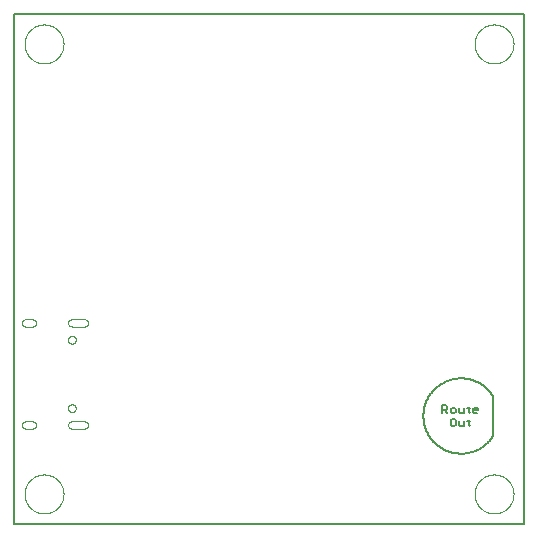
<source format=gko>
G75*
%MOIN*%
%OFA0B0*%
%FSLAX25Y25*%
%IPPOS*%
%LPD*%
%AMOC8*
5,1,8,0,0,1.08239X$1,22.5*
%
%ADD10C,0.00800*%
%ADD11C,0.00000*%
%ADD12C,0.00039*%
%ADD13C,0.00600*%
%ADD14C,0.00500*%
D10*
X0186300Y0075000D02*
X0186300Y0245000D01*
X0356300Y0245000D01*
X0356300Y0075000D01*
X0186300Y0075000D01*
D11*
X0189800Y0085000D02*
X0189802Y0085161D01*
X0189808Y0085321D01*
X0189818Y0085482D01*
X0189832Y0085642D01*
X0189850Y0085802D01*
X0189871Y0085961D01*
X0189897Y0086120D01*
X0189927Y0086278D01*
X0189960Y0086435D01*
X0189998Y0086592D01*
X0190039Y0086747D01*
X0190084Y0086901D01*
X0190133Y0087054D01*
X0190186Y0087206D01*
X0190242Y0087357D01*
X0190303Y0087506D01*
X0190366Y0087654D01*
X0190434Y0087800D01*
X0190505Y0087944D01*
X0190579Y0088086D01*
X0190657Y0088227D01*
X0190739Y0088365D01*
X0190824Y0088502D01*
X0190912Y0088636D01*
X0191004Y0088768D01*
X0191099Y0088898D01*
X0191197Y0089026D01*
X0191298Y0089151D01*
X0191402Y0089273D01*
X0191509Y0089393D01*
X0191619Y0089510D01*
X0191732Y0089625D01*
X0191848Y0089736D01*
X0191967Y0089845D01*
X0192088Y0089950D01*
X0192212Y0090053D01*
X0192338Y0090153D01*
X0192466Y0090249D01*
X0192597Y0090342D01*
X0192731Y0090432D01*
X0192866Y0090519D01*
X0193004Y0090602D01*
X0193143Y0090682D01*
X0193285Y0090758D01*
X0193428Y0090831D01*
X0193573Y0090900D01*
X0193720Y0090966D01*
X0193868Y0091028D01*
X0194018Y0091086D01*
X0194169Y0091141D01*
X0194322Y0091192D01*
X0194476Y0091239D01*
X0194631Y0091282D01*
X0194787Y0091321D01*
X0194943Y0091357D01*
X0195101Y0091388D01*
X0195259Y0091416D01*
X0195418Y0091440D01*
X0195578Y0091460D01*
X0195738Y0091476D01*
X0195898Y0091488D01*
X0196059Y0091496D01*
X0196220Y0091500D01*
X0196380Y0091500D01*
X0196541Y0091496D01*
X0196702Y0091488D01*
X0196862Y0091476D01*
X0197022Y0091460D01*
X0197182Y0091440D01*
X0197341Y0091416D01*
X0197499Y0091388D01*
X0197657Y0091357D01*
X0197813Y0091321D01*
X0197969Y0091282D01*
X0198124Y0091239D01*
X0198278Y0091192D01*
X0198431Y0091141D01*
X0198582Y0091086D01*
X0198732Y0091028D01*
X0198880Y0090966D01*
X0199027Y0090900D01*
X0199172Y0090831D01*
X0199315Y0090758D01*
X0199457Y0090682D01*
X0199596Y0090602D01*
X0199734Y0090519D01*
X0199869Y0090432D01*
X0200003Y0090342D01*
X0200134Y0090249D01*
X0200262Y0090153D01*
X0200388Y0090053D01*
X0200512Y0089950D01*
X0200633Y0089845D01*
X0200752Y0089736D01*
X0200868Y0089625D01*
X0200981Y0089510D01*
X0201091Y0089393D01*
X0201198Y0089273D01*
X0201302Y0089151D01*
X0201403Y0089026D01*
X0201501Y0088898D01*
X0201596Y0088768D01*
X0201688Y0088636D01*
X0201776Y0088502D01*
X0201861Y0088365D01*
X0201943Y0088227D01*
X0202021Y0088086D01*
X0202095Y0087944D01*
X0202166Y0087800D01*
X0202234Y0087654D01*
X0202297Y0087506D01*
X0202358Y0087357D01*
X0202414Y0087206D01*
X0202467Y0087054D01*
X0202516Y0086901D01*
X0202561Y0086747D01*
X0202602Y0086592D01*
X0202640Y0086435D01*
X0202673Y0086278D01*
X0202703Y0086120D01*
X0202729Y0085961D01*
X0202750Y0085802D01*
X0202768Y0085642D01*
X0202782Y0085482D01*
X0202792Y0085321D01*
X0202798Y0085161D01*
X0202800Y0085000D01*
X0202798Y0084839D01*
X0202792Y0084679D01*
X0202782Y0084518D01*
X0202768Y0084358D01*
X0202750Y0084198D01*
X0202729Y0084039D01*
X0202703Y0083880D01*
X0202673Y0083722D01*
X0202640Y0083565D01*
X0202602Y0083408D01*
X0202561Y0083253D01*
X0202516Y0083099D01*
X0202467Y0082946D01*
X0202414Y0082794D01*
X0202358Y0082643D01*
X0202297Y0082494D01*
X0202234Y0082346D01*
X0202166Y0082200D01*
X0202095Y0082056D01*
X0202021Y0081914D01*
X0201943Y0081773D01*
X0201861Y0081635D01*
X0201776Y0081498D01*
X0201688Y0081364D01*
X0201596Y0081232D01*
X0201501Y0081102D01*
X0201403Y0080974D01*
X0201302Y0080849D01*
X0201198Y0080727D01*
X0201091Y0080607D01*
X0200981Y0080490D01*
X0200868Y0080375D01*
X0200752Y0080264D01*
X0200633Y0080155D01*
X0200512Y0080050D01*
X0200388Y0079947D01*
X0200262Y0079847D01*
X0200134Y0079751D01*
X0200003Y0079658D01*
X0199869Y0079568D01*
X0199734Y0079481D01*
X0199596Y0079398D01*
X0199457Y0079318D01*
X0199315Y0079242D01*
X0199172Y0079169D01*
X0199027Y0079100D01*
X0198880Y0079034D01*
X0198732Y0078972D01*
X0198582Y0078914D01*
X0198431Y0078859D01*
X0198278Y0078808D01*
X0198124Y0078761D01*
X0197969Y0078718D01*
X0197813Y0078679D01*
X0197657Y0078643D01*
X0197499Y0078612D01*
X0197341Y0078584D01*
X0197182Y0078560D01*
X0197022Y0078540D01*
X0196862Y0078524D01*
X0196702Y0078512D01*
X0196541Y0078504D01*
X0196380Y0078500D01*
X0196220Y0078500D01*
X0196059Y0078504D01*
X0195898Y0078512D01*
X0195738Y0078524D01*
X0195578Y0078540D01*
X0195418Y0078560D01*
X0195259Y0078584D01*
X0195101Y0078612D01*
X0194943Y0078643D01*
X0194787Y0078679D01*
X0194631Y0078718D01*
X0194476Y0078761D01*
X0194322Y0078808D01*
X0194169Y0078859D01*
X0194018Y0078914D01*
X0193868Y0078972D01*
X0193720Y0079034D01*
X0193573Y0079100D01*
X0193428Y0079169D01*
X0193285Y0079242D01*
X0193143Y0079318D01*
X0193004Y0079398D01*
X0192866Y0079481D01*
X0192731Y0079568D01*
X0192597Y0079658D01*
X0192466Y0079751D01*
X0192338Y0079847D01*
X0192212Y0079947D01*
X0192088Y0080050D01*
X0191967Y0080155D01*
X0191848Y0080264D01*
X0191732Y0080375D01*
X0191619Y0080490D01*
X0191509Y0080607D01*
X0191402Y0080727D01*
X0191298Y0080849D01*
X0191197Y0080974D01*
X0191099Y0081102D01*
X0191004Y0081232D01*
X0190912Y0081364D01*
X0190824Y0081498D01*
X0190739Y0081635D01*
X0190657Y0081773D01*
X0190579Y0081914D01*
X0190505Y0082056D01*
X0190434Y0082200D01*
X0190366Y0082346D01*
X0190303Y0082494D01*
X0190242Y0082643D01*
X0190186Y0082794D01*
X0190133Y0082946D01*
X0190084Y0083099D01*
X0190039Y0083253D01*
X0189998Y0083408D01*
X0189960Y0083565D01*
X0189927Y0083722D01*
X0189897Y0083880D01*
X0189871Y0084039D01*
X0189850Y0084198D01*
X0189832Y0084358D01*
X0189818Y0084518D01*
X0189808Y0084679D01*
X0189802Y0084839D01*
X0189800Y0085000D01*
X0204331Y0113622D02*
X0204333Y0113693D01*
X0204339Y0113764D01*
X0204349Y0113835D01*
X0204363Y0113904D01*
X0204380Y0113973D01*
X0204402Y0114041D01*
X0204427Y0114108D01*
X0204456Y0114173D01*
X0204488Y0114236D01*
X0204524Y0114298D01*
X0204563Y0114357D01*
X0204606Y0114414D01*
X0204651Y0114469D01*
X0204700Y0114521D01*
X0204751Y0114570D01*
X0204805Y0114616D01*
X0204862Y0114660D01*
X0204920Y0114700D01*
X0204981Y0114736D01*
X0205044Y0114770D01*
X0205109Y0114799D01*
X0205175Y0114825D01*
X0205243Y0114848D01*
X0205311Y0114866D01*
X0205381Y0114881D01*
X0205451Y0114892D01*
X0205522Y0114899D01*
X0205593Y0114902D01*
X0205664Y0114901D01*
X0205735Y0114896D01*
X0205806Y0114887D01*
X0205876Y0114874D01*
X0205945Y0114858D01*
X0206013Y0114837D01*
X0206080Y0114813D01*
X0206146Y0114785D01*
X0206209Y0114753D01*
X0206271Y0114718D01*
X0206331Y0114680D01*
X0206389Y0114638D01*
X0206444Y0114594D01*
X0206497Y0114546D01*
X0206547Y0114495D01*
X0206594Y0114442D01*
X0206638Y0114386D01*
X0206679Y0114328D01*
X0206717Y0114267D01*
X0206751Y0114205D01*
X0206781Y0114140D01*
X0206808Y0114075D01*
X0206832Y0114007D01*
X0206851Y0113939D01*
X0206867Y0113870D01*
X0206879Y0113799D01*
X0206887Y0113729D01*
X0206891Y0113658D01*
X0206891Y0113586D01*
X0206887Y0113515D01*
X0206879Y0113445D01*
X0206867Y0113374D01*
X0206851Y0113305D01*
X0206832Y0113237D01*
X0206808Y0113169D01*
X0206781Y0113104D01*
X0206751Y0113039D01*
X0206717Y0112977D01*
X0206679Y0112916D01*
X0206638Y0112858D01*
X0206594Y0112802D01*
X0206547Y0112749D01*
X0206497Y0112698D01*
X0206444Y0112650D01*
X0206389Y0112606D01*
X0206331Y0112564D01*
X0206271Y0112526D01*
X0206209Y0112491D01*
X0206146Y0112459D01*
X0206080Y0112431D01*
X0206013Y0112407D01*
X0205945Y0112386D01*
X0205876Y0112370D01*
X0205806Y0112357D01*
X0205735Y0112348D01*
X0205664Y0112343D01*
X0205593Y0112342D01*
X0205522Y0112345D01*
X0205451Y0112352D01*
X0205381Y0112363D01*
X0205311Y0112378D01*
X0205243Y0112396D01*
X0205175Y0112419D01*
X0205109Y0112445D01*
X0205044Y0112474D01*
X0204981Y0112508D01*
X0204920Y0112544D01*
X0204862Y0112584D01*
X0204805Y0112628D01*
X0204751Y0112674D01*
X0204700Y0112723D01*
X0204651Y0112775D01*
X0204606Y0112830D01*
X0204563Y0112887D01*
X0204524Y0112946D01*
X0204488Y0113008D01*
X0204456Y0113071D01*
X0204427Y0113136D01*
X0204402Y0113203D01*
X0204380Y0113271D01*
X0204363Y0113340D01*
X0204349Y0113409D01*
X0204339Y0113480D01*
X0204333Y0113551D01*
X0204331Y0113622D01*
X0204331Y0136378D02*
X0204333Y0136449D01*
X0204339Y0136520D01*
X0204349Y0136591D01*
X0204363Y0136660D01*
X0204380Y0136729D01*
X0204402Y0136797D01*
X0204427Y0136864D01*
X0204456Y0136929D01*
X0204488Y0136992D01*
X0204524Y0137054D01*
X0204563Y0137113D01*
X0204606Y0137170D01*
X0204651Y0137225D01*
X0204700Y0137277D01*
X0204751Y0137326D01*
X0204805Y0137372D01*
X0204862Y0137416D01*
X0204920Y0137456D01*
X0204981Y0137492D01*
X0205044Y0137526D01*
X0205109Y0137555D01*
X0205175Y0137581D01*
X0205243Y0137604D01*
X0205311Y0137622D01*
X0205381Y0137637D01*
X0205451Y0137648D01*
X0205522Y0137655D01*
X0205593Y0137658D01*
X0205664Y0137657D01*
X0205735Y0137652D01*
X0205806Y0137643D01*
X0205876Y0137630D01*
X0205945Y0137614D01*
X0206013Y0137593D01*
X0206080Y0137569D01*
X0206146Y0137541D01*
X0206209Y0137509D01*
X0206271Y0137474D01*
X0206331Y0137436D01*
X0206389Y0137394D01*
X0206444Y0137350D01*
X0206497Y0137302D01*
X0206547Y0137251D01*
X0206594Y0137198D01*
X0206638Y0137142D01*
X0206679Y0137084D01*
X0206717Y0137023D01*
X0206751Y0136961D01*
X0206781Y0136896D01*
X0206808Y0136831D01*
X0206832Y0136763D01*
X0206851Y0136695D01*
X0206867Y0136626D01*
X0206879Y0136555D01*
X0206887Y0136485D01*
X0206891Y0136414D01*
X0206891Y0136342D01*
X0206887Y0136271D01*
X0206879Y0136201D01*
X0206867Y0136130D01*
X0206851Y0136061D01*
X0206832Y0135993D01*
X0206808Y0135925D01*
X0206781Y0135860D01*
X0206751Y0135795D01*
X0206717Y0135733D01*
X0206679Y0135672D01*
X0206638Y0135614D01*
X0206594Y0135558D01*
X0206547Y0135505D01*
X0206497Y0135454D01*
X0206444Y0135406D01*
X0206389Y0135362D01*
X0206331Y0135320D01*
X0206271Y0135282D01*
X0206209Y0135247D01*
X0206146Y0135215D01*
X0206080Y0135187D01*
X0206013Y0135163D01*
X0205945Y0135142D01*
X0205876Y0135126D01*
X0205806Y0135113D01*
X0205735Y0135104D01*
X0205664Y0135099D01*
X0205593Y0135098D01*
X0205522Y0135101D01*
X0205451Y0135108D01*
X0205381Y0135119D01*
X0205311Y0135134D01*
X0205243Y0135152D01*
X0205175Y0135175D01*
X0205109Y0135201D01*
X0205044Y0135230D01*
X0204981Y0135264D01*
X0204920Y0135300D01*
X0204862Y0135340D01*
X0204805Y0135384D01*
X0204751Y0135430D01*
X0204700Y0135479D01*
X0204651Y0135531D01*
X0204606Y0135586D01*
X0204563Y0135643D01*
X0204524Y0135702D01*
X0204488Y0135764D01*
X0204456Y0135827D01*
X0204427Y0135892D01*
X0204402Y0135959D01*
X0204380Y0136027D01*
X0204363Y0136096D01*
X0204349Y0136165D01*
X0204339Y0136236D01*
X0204333Y0136307D01*
X0204331Y0136378D01*
X0339800Y0085000D02*
X0339802Y0085161D01*
X0339808Y0085321D01*
X0339818Y0085482D01*
X0339832Y0085642D01*
X0339850Y0085802D01*
X0339871Y0085961D01*
X0339897Y0086120D01*
X0339927Y0086278D01*
X0339960Y0086435D01*
X0339998Y0086592D01*
X0340039Y0086747D01*
X0340084Y0086901D01*
X0340133Y0087054D01*
X0340186Y0087206D01*
X0340242Y0087357D01*
X0340303Y0087506D01*
X0340366Y0087654D01*
X0340434Y0087800D01*
X0340505Y0087944D01*
X0340579Y0088086D01*
X0340657Y0088227D01*
X0340739Y0088365D01*
X0340824Y0088502D01*
X0340912Y0088636D01*
X0341004Y0088768D01*
X0341099Y0088898D01*
X0341197Y0089026D01*
X0341298Y0089151D01*
X0341402Y0089273D01*
X0341509Y0089393D01*
X0341619Y0089510D01*
X0341732Y0089625D01*
X0341848Y0089736D01*
X0341967Y0089845D01*
X0342088Y0089950D01*
X0342212Y0090053D01*
X0342338Y0090153D01*
X0342466Y0090249D01*
X0342597Y0090342D01*
X0342731Y0090432D01*
X0342866Y0090519D01*
X0343004Y0090602D01*
X0343143Y0090682D01*
X0343285Y0090758D01*
X0343428Y0090831D01*
X0343573Y0090900D01*
X0343720Y0090966D01*
X0343868Y0091028D01*
X0344018Y0091086D01*
X0344169Y0091141D01*
X0344322Y0091192D01*
X0344476Y0091239D01*
X0344631Y0091282D01*
X0344787Y0091321D01*
X0344943Y0091357D01*
X0345101Y0091388D01*
X0345259Y0091416D01*
X0345418Y0091440D01*
X0345578Y0091460D01*
X0345738Y0091476D01*
X0345898Y0091488D01*
X0346059Y0091496D01*
X0346220Y0091500D01*
X0346380Y0091500D01*
X0346541Y0091496D01*
X0346702Y0091488D01*
X0346862Y0091476D01*
X0347022Y0091460D01*
X0347182Y0091440D01*
X0347341Y0091416D01*
X0347499Y0091388D01*
X0347657Y0091357D01*
X0347813Y0091321D01*
X0347969Y0091282D01*
X0348124Y0091239D01*
X0348278Y0091192D01*
X0348431Y0091141D01*
X0348582Y0091086D01*
X0348732Y0091028D01*
X0348880Y0090966D01*
X0349027Y0090900D01*
X0349172Y0090831D01*
X0349315Y0090758D01*
X0349457Y0090682D01*
X0349596Y0090602D01*
X0349734Y0090519D01*
X0349869Y0090432D01*
X0350003Y0090342D01*
X0350134Y0090249D01*
X0350262Y0090153D01*
X0350388Y0090053D01*
X0350512Y0089950D01*
X0350633Y0089845D01*
X0350752Y0089736D01*
X0350868Y0089625D01*
X0350981Y0089510D01*
X0351091Y0089393D01*
X0351198Y0089273D01*
X0351302Y0089151D01*
X0351403Y0089026D01*
X0351501Y0088898D01*
X0351596Y0088768D01*
X0351688Y0088636D01*
X0351776Y0088502D01*
X0351861Y0088365D01*
X0351943Y0088227D01*
X0352021Y0088086D01*
X0352095Y0087944D01*
X0352166Y0087800D01*
X0352234Y0087654D01*
X0352297Y0087506D01*
X0352358Y0087357D01*
X0352414Y0087206D01*
X0352467Y0087054D01*
X0352516Y0086901D01*
X0352561Y0086747D01*
X0352602Y0086592D01*
X0352640Y0086435D01*
X0352673Y0086278D01*
X0352703Y0086120D01*
X0352729Y0085961D01*
X0352750Y0085802D01*
X0352768Y0085642D01*
X0352782Y0085482D01*
X0352792Y0085321D01*
X0352798Y0085161D01*
X0352800Y0085000D01*
X0352798Y0084839D01*
X0352792Y0084679D01*
X0352782Y0084518D01*
X0352768Y0084358D01*
X0352750Y0084198D01*
X0352729Y0084039D01*
X0352703Y0083880D01*
X0352673Y0083722D01*
X0352640Y0083565D01*
X0352602Y0083408D01*
X0352561Y0083253D01*
X0352516Y0083099D01*
X0352467Y0082946D01*
X0352414Y0082794D01*
X0352358Y0082643D01*
X0352297Y0082494D01*
X0352234Y0082346D01*
X0352166Y0082200D01*
X0352095Y0082056D01*
X0352021Y0081914D01*
X0351943Y0081773D01*
X0351861Y0081635D01*
X0351776Y0081498D01*
X0351688Y0081364D01*
X0351596Y0081232D01*
X0351501Y0081102D01*
X0351403Y0080974D01*
X0351302Y0080849D01*
X0351198Y0080727D01*
X0351091Y0080607D01*
X0350981Y0080490D01*
X0350868Y0080375D01*
X0350752Y0080264D01*
X0350633Y0080155D01*
X0350512Y0080050D01*
X0350388Y0079947D01*
X0350262Y0079847D01*
X0350134Y0079751D01*
X0350003Y0079658D01*
X0349869Y0079568D01*
X0349734Y0079481D01*
X0349596Y0079398D01*
X0349457Y0079318D01*
X0349315Y0079242D01*
X0349172Y0079169D01*
X0349027Y0079100D01*
X0348880Y0079034D01*
X0348732Y0078972D01*
X0348582Y0078914D01*
X0348431Y0078859D01*
X0348278Y0078808D01*
X0348124Y0078761D01*
X0347969Y0078718D01*
X0347813Y0078679D01*
X0347657Y0078643D01*
X0347499Y0078612D01*
X0347341Y0078584D01*
X0347182Y0078560D01*
X0347022Y0078540D01*
X0346862Y0078524D01*
X0346702Y0078512D01*
X0346541Y0078504D01*
X0346380Y0078500D01*
X0346220Y0078500D01*
X0346059Y0078504D01*
X0345898Y0078512D01*
X0345738Y0078524D01*
X0345578Y0078540D01*
X0345418Y0078560D01*
X0345259Y0078584D01*
X0345101Y0078612D01*
X0344943Y0078643D01*
X0344787Y0078679D01*
X0344631Y0078718D01*
X0344476Y0078761D01*
X0344322Y0078808D01*
X0344169Y0078859D01*
X0344018Y0078914D01*
X0343868Y0078972D01*
X0343720Y0079034D01*
X0343573Y0079100D01*
X0343428Y0079169D01*
X0343285Y0079242D01*
X0343143Y0079318D01*
X0343004Y0079398D01*
X0342866Y0079481D01*
X0342731Y0079568D01*
X0342597Y0079658D01*
X0342466Y0079751D01*
X0342338Y0079847D01*
X0342212Y0079947D01*
X0342088Y0080050D01*
X0341967Y0080155D01*
X0341848Y0080264D01*
X0341732Y0080375D01*
X0341619Y0080490D01*
X0341509Y0080607D01*
X0341402Y0080727D01*
X0341298Y0080849D01*
X0341197Y0080974D01*
X0341099Y0081102D01*
X0341004Y0081232D01*
X0340912Y0081364D01*
X0340824Y0081498D01*
X0340739Y0081635D01*
X0340657Y0081773D01*
X0340579Y0081914D01*
X0340505Y0082056D01*
X0340434Y0082200D01*
X0340366Y0082346D01*
X0340303Y0082494D01*
X0340242Y0082643D01*
X0340186Y0082794D01*
X0340133Y0082946D01*
X0340084Y0083099D01*
X0340039Y0083253D01*
X0339998Y0083408D01*
X0339960Y0083565D01*
X0339927Y0083722D01*
X0339897Y0083880D01*
X0339871Y0084039D01*
X0339850Y0084198D01*
X0339832Y0084358D01*
X0339818Y0084518D01*
X0339808Y0084679D01*
X0339802Y0084839D01*
X0339800Y0085000D01*
X0339800Y0235000D02*
X0339802Y0235161D01*
X0339808Y0235321D01*
X0339818Y0235482D01*
X0339832Y0235642D01*
X0339850Y0235802D01*
X0339871Y0235961D01*
X0339897Y0236120D01*
X0339927Y0236278D01*
X0339960Y0236435D01*
X0339998Y0236592D01*
X0340039Y0236747D01*
X0340084Y0236901D01*
X0340133Y0237054D01*
X0340186Y0237206D01*
X0340242Y0237357D01*
X0340303Y0237506D01*
X0340366Y0237654D01*
X0340434Y0237800D01*
X0340505Y0237944D01*
X0340579Y0238086D01*
X0340657Y0238227D01*
X0340739Y0238365D01*
X0340824Y0238502D01*
X0340912Y0238636D01*
X0341004Y0238768D01*
X0341099Y0238898D01*
X0341197Y0239026D01*
X0341298Y0239151D01*
X0341402Y0239273D01*
X0341509Y0239393D01*
X0341619Y0239510D01*
X0341732Y0239625D01*
X0341848Y0239736D01*
X0341967Y0239845D01*
X0342088Y0239950D01*
X0342212Y0240053D01*
X0342338Y0240153D01*
X0342466Y0240249D01*
X0342597Y0240342D01*
X0342731Y0240432D01*
X0342866Y0240519D01*
X0343004Y0240602D01*
X0343143Y0240682D01*
X0343285Y0240758D01*
X0343428Y0240831D01*
X0343573Y0240900D01*
X0343720Y0240966D01*
X0343868Y0241028D01*
X0344018Y0241086D01*
X0344169Y0241141D01*
X0344322Y0241192D01*
X0344476Y0241239D01*
X0344631Y0241282D01*
X0344787Y0241321D01*
X0344943Y0241357D01*
X0345101Y0241388D01*
X0345259Y0241416D01*
X0345418Y0241440D01*
X0345578Y0241460D01*
X0345738Y0241476D01*
X0345898Y0241488D01*
X0346059Y0241496D01*
X0346220Y0241500D01*
X0346380Y0241500D01*
X0346541Y0241496D01*
X0346702Y0241488D01*
X0346862Y0241476D01*
X0347022Y0241460D01*
X0347182Y0241440D01*
X0347341Y0241416D01*
X0347499Y0241388D01*
X0347657Y0241357D01*
X0347813Y0241321D01*
X0347969Y0241282D01*
X0348124Y0241239D01*
X0348278Y0241192D01*
X0348431Y0241141D01*
X0348582Y0241086D01*
X0348732Y0241028D01*
X0348880Y0240966D01*
X0349027Y0240900D01*
X0349172Y0240831D01*
X0349315Y0240758D01*
X0349457Y0240682D01*
X0349596Y0240602D01*
X0349734Y0240519D01*
X0349869Y0240432D01*
X0350003Y0240342D01*
X0350134Y0240249D01*
X0350262Y0240153D01*
X0350388Y0240053D01*
X0350512Y0239950D01*
X0350633Y0239845D01*
X0350752Y0239736D01*
X0350868Y0239625D01*
X0350981Y0239510D01*
X0351091Y0239393D01*
X0351198Y0239273D01*
X0351302Y0239151D01*
X0351403Y0239026D01*
X0351501Y0238898D01*
X0351596Y0238768D01*
X0351688Y0238636D01*
X0351776Y0238502D01*
X0351861Y0238365D01*
X0351943Y0238227D01*
X0352021Y0238086D01*
X0352095Y0237944D01*
X0352166Y0237800D01*
X0352234Y0237654D01*
X0352297Y0237506D01*
X0352358Y0237357D01*
X0352414Y0237206D01*
X0352467Y0237054D01*
X0352516Y0236901D01*
X0352561Y0236747D01*
X0352602Y0236592D01*
X0352640Y0236435D01*
X0352673Y0236278D01*
X0352703Y0236120D01*
X0352729Y0235961D01*
X0352750Y0235802D01*
X0352768Y0235642D01*
X0352782Y0235482D01*
X0352792Y0235321D01*
X0352798Y0235161D01*
X0352800Y0235000D01*
X0352798Y0234839D01*
X0352792Y0234679D01*
X0352782Y0234518D01*
X0352768Y0234358D01*
X0352750Y0234198D01*
X0352729Y0234039D01*
X0352703Y0233880D01*
X0352673Y0233722D01*
X0352640Y0233565D01*
X0352602Y0233408D01*
X0352561Y0233253D01*
X0352516Y0233099D01*
X0352467Y0232946D01*
X0352414Y0232794D01*
X0352358Y0232643D01*
X0352297Y0232494D01*
X0352234Y0232346D01*
X0352166Y0232200D01*
X0352095Y0232056D01*
X0352021Y0231914D01*
X0351943Y0231773D01*
X0351861Y0231635D01*
X0351776Y0231498D01*
X0351688Y0231364D01*
X0351596Y0231232D01*
X0351501Y0231102D01*
X0351403Y0230974D01*
X0351302Y0230849D01*
X0351198Y0230727D01*
X0351091Y0230607D01*
X0350981Y0230490D01*
X0350868Y0230375D01*
X0350752Y0230264D01*
X0350633Y0230155D01*
X0350512Y0230050D01*
X0350388Y0229947D01*
X0350262Y0229847D01*
X0350134Y0229751D01*
X0350003Y0229658D01*
X0349869Y0229568D01*
X0349734Y0229481D01*
X0349596Y0229398D01*
X0349457Y0229318D01*
X0349315Y0229242D01*
X0349172Y0229169D01*
X0349027Y0229100D01*
X0348880Y0229034D01*
X0348732Y0228972D01*
X0348582Y0228914D01*
X0348431Y0228859D01*
X0348278Y0228808D01*
X0348124Y0228761D01*
X0347969Y0228718D01*
X0347813Y0228679D01*
X0347657Y0228643D01*
X0347499Y0228612D01*
X0347341Y0228584D01*
X0347182Y0228560D01*
X0347022Y0228540D01*
X0346862Y0228524D01*
X0346702Y0228512D01*
X0346541Y0228504D01*
X0346380Y0228500D01*
X0346220Y0228500D01*
X0346059Y0228504D01*
X0345898Y0228512D01*
X0345738Y0228524D01*
X0345578Y0228540D01*
X0345418Y0228560D01*
X0345259Y0228584D01*
X0345101Y0228612D01*
X0344943Y0228643D01*
X0344787Y0228679D01*
X0344631Y0228718D01*
X0344476Y0228761D01*
X0344322Y0228808D01*
X0344169Y0228859D01*
X0344018Y0228914D01*
X0343868Y0228972D01*
X0343720Y0229034D01*
X0343573Y0229100D01*
X0343428Y0229169D01*
X0343285Y0229242D01*
X0343143Y0229318D01*
X0343004Y0229398D01*
X0342866Y0229481D01*
X0342731Y0229568D01*
X0342597Y0229658D01*
X0342466Y0229751D01*
X0342338Y0229847D01*
X0342212Y0229947D01*
X0342088Y0230050D01*
X0341967Y0230155D01*
X0341848Y0230264D01*
X0341732Y0230375D01*
X0341619Y0230490D01*
X0341509Y0230607D01*
X0341402Y0230727D01*
X0341298Y0230849D01*
X0341197Y0230974D01*
X0341099Y0231102D01*
X0341004Y0231232D01*
X0340912Y0231364D01*
X0340824Y0231498D01*
X0340739Y0231635D01*
X0340657Y0231773D01*
X0340579Y0231914D01*
X0340505Y0232056D01*
X0340434Y0232200D01*
X0340366Y0232346D01*
X0340303Y0232494D01*
X0340242Y0232643D01*
X0340186Y0232794D01*
X0340133Y0232946D01*
X0340084Y0233099D01*
X0340039Y0233253D01*
X0339998Y0233408D01*
X0339960Y0233565D01*
X0339927Y0233722D01*
X0339897Y0233880D01*
X0339871Y0234039D01*
X0339850Y0234198D01*
X0339832Y0234358D01*
X0339818Y0234518D01*
X0339808Y0234679D01*
X0339802Y0234839D01*
X0339800Y0235000D01*
X0189800Y0235000D02*
X0189802Y0235161D01*
X0189808Y0235321D01*
X0189818Y0235482D01*
X0189832Y0235642D01*
X0189850Y0235802D01*
X0189871Y0235961D01*
X0189897Y0236120D01*
X0189927Y0236278D01*
X0189960Y0236435D01*
X0189998Y0236592D01*
X0190039Y0236747D01*
X0190084Y0236901D01*
X0190133Y0237054D01*
X0190186Y0237206D01*
X0190242Y0237357D01*
X0190303Y0237506D01*
X0190366Y0237654D01*
X0190434Y0237800D01*
X0190505Y0237944D01*
X0190579Y0238086D01*
X0190657Y0238227D01*
X0190739Y0238365D01*
X0190824Y0238502D01*
X0190912Y0238636D01*
X0191004Y0238768D01*
X0191099Y0238898D01*
X0191197Y0239026D01*
X0191298Y0239151D01*
X0191402Y0239273D01*
X0191509Y0239393D01*
X0191619Y0239510D01*
X0191732Y0239625D01*
X0191848Y0239736D01*
X0191967Y0239845D01*
X0192088Y0239950D01*
X0192212Y0240053D01*
X0192338Y0240153D01*
X0192466Y0240249D01*
X0192597Y0240342D01*
X0192731Y0240432D01*
X0192866Y0240519D01*
X0193004Y0240602D01*
X0193143Y0240682D01*
X0193285Y0240758D01*
X0193428Y0240831D01*
X0193573Y0240900D01*
X0193720Y0240966D01*
X0193868Y0241028D01*
X0194018Y0241086D01*
X0194169Y0241141D01*
X0194322Y0241192D01*
X0194476Y0241239D01*
X0194631Y0241282D01*
X0194787Y0241321D01*
X0194943Y0241357D01*
X0195101Y0241388D01*
X0195259Y0241416D01*
X0195418Y0241440D01*
X0195578Y0241460D01*
X0195738Y0241476D01*
X0195898Y0241488D01*
X0196059Y0241496D01*
X0196220Y0241500D01*
X0196380Y0241500D01*
X0196541Y0241496D01*
X0196702Y0241488D01*
X0196862Y0241476D01*
X0197022Y0241460D01*
X0197182Y0241440D01*
X0197341Y0241416D01*
X0197499Y0241388D01*
X0197657Y0241357D01*
X0197813Y0241321D01*
X0197969Y0241282D01*
X0198124Y0241239D01*
X0198278Y0241192D01*
X0198431Y0241141D01*
X0198582Y0241086D01*
X0198732Y0241028D01*
X0198880Y0240966D01*
X0199027Y0240900D01*
X0199172Y0240831D01*
X0199315Y0240758D01*
X0199457Y0240682D01*
X0199596Y0240602D01*
X0199734Y0240519D01*
X0199869Y0240432D01*
X0200003Y0240342D01*
X0200134Y0240249D01*
X0200262Y0240153D01*
X0200388Y0240053D01*
X0200512Y0239950D01*
X0200633Y0239845D01*
X0200752Y0239736D01*
X0200868Y0239625D01*
X0200981Y0239510D01*
X0201091Y0239393D01*
X0201198Y0239273D01*
X0201302Y0239151D01*
X0201403Y0239026D01*
X0201501Y0238898D01*
X0201596Y0238768D01*
X0201688Y0238636D01*
X0201776Y0238502D01*
X0201861Y0238365D01*
X0201943Y0238227D01*
X0202021Y0238086D01*
X0202095Y0237944D01*
X0202166Y0237800D01*
X0202234Y0237654D01*
X0202297Y0237506D01*
X0202358Y0237357D01*
X0202414Y0237206D01*
X0202467Y0237054D01*
X0202516Y0236901D01*
X0202561Y0236747D01*
X0202602Y0236592D01*
X0202640Y0236435D01*
X0202673Y0236278D01*
X0202703Y0236120D01*
X0202729Y0235961D01*
X0202750Y0235802D01*
X0202768Y0235642D01*
X0202782Y0235482D01*
X0202792Y0235321D01*
X0202798Y0235161D01*
X0202800Y0235000D01*
X0202798Y0234839D01*
X0202792Y0234679D01*
X0202782Y0234518D01*
X0202768Y0234358D01*
X0202750Y0234198D01*
X0202729Y0234039D01*
X0202703Y0233880D01*
X0202673Y0233722D01*
X0202640Y0233565D01*
X0202602Y0233408D01*
X0202561Y0233253D01*
X0202516Y0233099D01*
X0202467Y0232946D01*
X0202414Y0232794D01*
X0202358Y0232643D01*
X0202297Y0232494D01*
X0202234Y0232346D01*
X0202166Y0232200D01*
X0202095Y0232056D01*
X0202021Y0231914D01*
X0201943Y0231773D01*
X0201861Y0231635D01*
X0201776Y0231498D01*
X0201688Y0231364D01*
X0201596Y0231232D01*
X0201501Y0231102D01*
X0201403Y0230974D01*
X0201302Y0230849D01*
X0201198Y0230727D01*
X0201091Y0230607D01*
X0200981Y0230490D01*
X0200868Y0230375D01*
X0200752Y0230264D01*
X0200633Y0230155D01*
X0200512Y0230050D01*
X0200388Y0229947D01*
X0200262Y0229847D01*
X0200134Y0229751D01*
X0200003Y0229658D01*
X0199869Y0229568D01*
X0199734Y0229481D01*
X0199596Y0229398D01*
X0199457Y0229318D01*
X0199315Y0229242D01*
X0199172Y0229169D01*
X0199027Y0229100D01*
X0198880Y0229034D01*
X0198732Y0228972D01*
X0198582Y0228914D01*
X0198431Y0228859D01*
X0198278Y0228808D01*
X0198124Y0228761D01*
X0197969Y0228718D01*
X0197813Y0228679D01*
X0197657Y0228643D01*
X0197499Y0228612D01*
X0197341Y0228584D01*
X0197182Y0228560D01*
X0197022Y0228540D01*
X0196862Y0228524D01*
X0196702Y0228512D01*
X0196541Y0228504D01*
X0196380Y0228500D01*
X0196220Y0228500D01*
X0196059Y0228504D01*
X0195898Y0228512D01*
X0195738Y0228524D01*
X0195578Y0228540D01*
X0195418Y0228560D01*
X0195259Y0228584D01*
X0195101Y0228612D01*
X0194943Y0228643D01*
X0194787Y0228679D01*
X0194631Y0228718D01*
X0194476Y0228761D01*
X0194322Y0228808D01*
X0194169Y0228859D01*
X0194018Y0228914D01*
X0193868Y0228972D01*
X0193720Y0229034D01*
X0193573Y0229100D01*
X0193428Y0229169D01*
X0193285Y0229242D01*
X0193143Y0229318D01*
X0193004Y0229398D01*
X0192866Y0229481D01*
X0192731Y0229568D01*
X0192597Y0229658D01*
X0192466Y0229751D01*
X0192338Y0229847D01*
X0192212Y0229947D01*
X0192088Y0230050D01*
X0191967Y0230155D01*
X0191848Y0230264D01*
X0191732Y0230375D01*
X0191619Y0230490D01*
X0191509Y0230607D01*
X0191402Y0230727D01*
X0191298Y0230849D01*
X0191197Y0230974D01*
X0191099Y0231102D01*
X0191004Y0231232D01*
X0190912Y0231364D01*
X0190824Y0231498D01*
X0190739Y0231635D01*
X0190657Y0231773D01*
X0190579Y0231914D01*
X0190505Y0232056D01*
X0190434Y0232200D01*
X0190366Y0232346D01*
X0190303Y0232494D01*
X0190242Y0232643D01*
X0190186Y0232794D01*
X0190133Y0232946D01*
X0190084Y0233099D01*
X0190039Y0233253D01*
X0189998Y0233408D01*
X0189960Y0233565D01*
X0189927Y0233722D01*
X0189897Y0233880D01*
X0189871Y0234039D01*
X0189850Y0234198D01*
X0189832Y0234358D01*
X0189818Y0234518D01*
X0189808Y0234679D01*
X0189802Y0234839D01*
X0189800Y0235000D01*
D12*
X0190040Y0143189D02*
X0192481Y0143189D01*
X0192548Y0143187D01*
X0192616Y0143181D01*
X0192682Y0143172D01*
X0192748Y0143158D01*
X0192814Y0143141D01*
X0192878Y0143120D01*
X0192941Y0143096D01*
X0193002Y0143068D01*
X0193062Y0143036D01*
X0193119Y0143002D01*
X0193175Y0142963D01*
X0193229Y0142922D01*
X0193280Y0142878D01*
X0193328Y0142831D01*
X0193374Y0142781D01*
X0193416Y0142729D01*
X0193456Y0142675D01*
X0193492Y0142618D01*
X0193526Y0142559D01*
X0193555Y0142499D01*
X0193582Y0142436D01*
X0193604Y0142373D01*
X0193623Y0142308D01*
X0193638Y0142243D01*
X0193650Y0142176D01*
X0193658Y0142109D01*
X0193662Y0142042D01*
X0193662Y0141974D01*
X0193658Y0141907D01*
X0193650Y0141840D01*
X0193638Y0141773D01*
X0193623Y0141708D01*
X0193604Y0141643D01*
X0193582Y0141580D01*
X0193555Y0141517D01*
X0193526Y0141457D01*
X0193492Y0141398D01*
X0193456Y0141341D01*
X0193416Y0141287D01*
X0193374Y0141235D01*
X0193328Y0141185D01*
X0193280Y0141138D01*
X0193229Y0141094D01*
X0193175Y0141053D01*
X0193119Y0141014D01*
X0193062Y0140980D01*
X0193002Y0140948D01*
X0192941Y0140920D01*
X0192878Y0140896D01*
X0192814Y0140875D01*
X0192748Y0140858D01*
X0192682Y0140844D01*
X0192616Y0140835D01*
X0192548Y0140829D01*
X0192481Y0140827D01*
X0190040Y0140827D01*
X0189973Y0140829D01*
X0189905Y0140835D01*
X0189839Y0140844D01*
X0189773Y0140858D01*
X0189707Y0140875D01*
X0189643Y0140896D01*
X0189580Y0140920D01*
X0189519Y0140948D01*
X0189459Y0140980D01*
X0189402Y0141014D01*
X0189346Y0141053D01*
X0189292Y0141094D01*
X0189241Y0141138D01*
X0189193Y0141185D01*
X0189147Y0141235D01*
X0189105Y0141287D01*
X0189065Y0141341D01*
X0189029Y0141398D01*
X0188995Y0141457D01*
X0188966Y0141517D01*
X0188939Y0141580D01*
X0188917Y0141643D01*
X0188898Y0141708D01*
X0188883Y0141773D01*
X0188871Y0141840D01*
X0188863Y0141907D01*
X0188859Y0141974D01*
X0188859Y0142042D01*
X0188863Y0142109D01*
X0188871Y0142176D01*
X0188883Y0142243D01*
X0188898Y0142308D01*
X0188917Y0142373D01*
X0188939Y0142436D01*
X0188966Y0142499D01*
X0188995Y0142559D01*
X0189029Y0142618D01*
X0189065Y0142675D01*
X0189105Y0142729D01*
X0189147Y0142781D01*
X0189193Y0142831D01*
X0189241Y0142878D01*
X0189292Y0142922D01*
X0189346Y0142963D01*
X0189402Y0143002D01*
X0189459Y0143036D01*
X0189519Y0143068D01*
X0189580Y0143096D01*
X0189643Y0143120D01*
X0189707Y0143141D01*
X0189773Y0143158D01*
X0189839Y0143172D01*
X0189905Y0143181D01*
X0189973Y0143187D01*
X0190040Y0143189D01*
X0205532Y0143189D02*
X0209863Y0143189D01*
X0209930Y0143187D01*
X0209998Y0143181D01*
X0210064Y0143172D01*
X0210130Y0143158D01*
X0210196Y0143141D01*
X0210260Y0143120D01*
X0210323Y0143096D01*
X0210384Y0143068D01*
X0210444Y0143036D01*
X0210501Y0143002D01*
X0210557Y0142963D01*
X0210611Y0142922D01*
X0210662Y0142878D01*
X0210710Y0142831D01*
X0210756Y0142781D01*
X0210798Y0142729D01*
X0210838Y0142675D01*
X0210874Y0142618D01*
X0210908Y0142559D01*
X0210937Y0142499D01*
X0210964Y0142436D01*
X0210986Y0142373D01*
X0211005Y0142308D01*
X0211020Y0142243D01*
X0211032Y0142176D01*
X0211040Y0142109D01*
X0211044Y0142042D01*
X0211044Y0141974D01*
X0211040Y0141907D01*
X0211032Y0141840D01*
X0211020Y0141773D01*
X0211005Y0141708D01*
X0210986Y0141643D01*
X0210964Y0141580D01*
X0210937Y0141517D01*
X0210908Y0141457D01*
X0210874Y0141398D01*
X0210838Y0141341D01*
X0210798Y0141287D01*
X0210756Y0141235D01*
X0210710Y0141185D01*
X0210662Y0141138D01*
X0210611Y0141094D01*
X0210557Y0141053D01*
X0210501Y0141014D01*
X0210444Y0140980D01*
X0210384Y0140948D01*
X0210323Y0140920D01*
X0210260Y0140896D01*
X0210196Y0140875D01*
X0210130Y0140858D01*
X0210064Y0140844D01*
X0209998Y0140835D01*
X0209930Y0140829D01*
X0209863Y0140827D01*
X0205532Y0140827D01*
X0205465Y0140829D01*
X0205397Y0140835D01*
X0205331Y0140844D01*
X0205265Y0140858D01*
X0205199Y0140875D01*
X0205135Y0140896D01*
X0205072Y0140920D01*
X0205011Y0140948D01*
X0204951Y0140980D01*
X0204894Y0141014D01*
X0204838Y0141053D01*
X0204784Y0141094D01*
X0204733Y0141138D01*
X0204685Y0141185D01*
X0204639Y0141235D01*
X0204597Y0141287D01*
X0204557Y0141341D01*
X0204521Y0141398D01*
X0204487Y0141457D01*
X0204458Y0141517D01*
X0204431Y0141580D01*
X0204409Y0141643D01*
X0204390Y0141708D01*
X0204375Y0141773D01*
X0204363Y0141840D01*
X0204355Y0141907D01*
X0204351Y0141974D01*
X0204351Y0142042D01*
X0204355Y0142109D01*
X0204363Y0142176D01*
X0204375Y0142243D01*
X0204390Y0142308D01*
X0204409Y0142373D01*
X0204431Y0142436D01*
X0204458Y0142499D01*
X0204487Y0142559D01*
X0204521Y0142618D01*
X0204557Y0142675D01*
X0204597Y0142729D01*
X0204639Y0142781D01*
X0204685Y0142831D01*
X0204733Y0142878D01*
X0204784Y0142922D01*
X0204838Y0142963D01*
X0204894Y0143002D01*
X0204951Y0143036D01*
X0205011Y0143068D01*
X0205072Y0143096D01*
X0205135Y0143120D01*
X0205199Y0143141D01*
X0205265Y0143158D01*
X0205331Y0143172D01*
X0205397Y0143181D01*
X0205465Y0143187D01*
X0205532Y0143189D01*
X0205532Y0109173D02*
X0209863Y0109173D01*
X0209930Y0109171D01*
X0209998Y0109165D01*
X0210064Y0109156D01*
X0210130Y0109142D01*
X0210196Y0109125D01*
X0210260Y0109104D01*
X0210323Y0109080D01*
X0210384Y0109052D01*
X0210444Y0109020D01*
X0210501Y0108986D01*
X0210557Y0108947D01*
X0210611Y0108906D01*
X0210662Y0108862D01*
X0210710Y0108815D01*
X0210756Y0108765D01*
X0210798Y0108713D01*
X0210838Y0108659D01*
X0210874Y0108602D01*
X0210908Y0108543D01*
X0210937Y0108483D01*
X0210964Y0108420D01*
X0210986Y0108357D01*
X0211005Y0108292D01*
X0211020Y0108227D01*
X0211032Y0108160D01*
X0211040Y0108093D01*
X0211044Y0108026D01*
X0211044Y0107958D01*
X0211040Y0107891D01*
X0211032Y0107824D01*
X0211020Y0107757D01*
X0211005Y0107692D01*
X0210986Y0107627D01*
X0210964Y0107564D01*
X0210937Y0107501D01*
X0210908Y0107441D01*
X0210874Y0107382D01*
X0210838Y0107325D01*
X0210798Y0107271D01*
X0210756Y0107219D01*
X0210710Y0107169D01*
X0210662Y0107122D01*
X0210611Y0107078D01*
X0210557Y0107037D01*
X0210501Y0106998D01*
X0210444Y0106964D01*
X0210384Y0106932D01*
X0210323Y0106904D01*
X0210260Y0106880D01*
X0210196Y0106859D01*
X0210130Y0106842D01*
X0210064Y0106828D01*
X0209998Y0106819D01*
X0209930Y0106813D01*
X0209863Y0106811D01*
X0205532Y0106811D01*
X0205465Y0106813D01*
X0205397Y0106819D01*
X0205331Y0106828D01*
X0205265Y0106842D01*
X0205199Y0106859D01*
X0205135Y0106880D01*
X0205072Y0106904D01*
X0205011Y0106932D01*
X0204951Y0106964D01*
X0204894Y0106998D01*
X0204838Y0107037D01*
X0204784Y0107078D01*
X0204733Y0107122D01*
X0204685Y0107169D01*
X0204639Y0107219D01*
X0204597Y0107271D01*
X0204557Y0107325D01*
X0204521Y0107382D01*
X0204487Y0107441D01*
X0204458Y0107501D01*
X0204431Y0107564D01*
X0204409Y0107627D01*
X0204390Y0107692D01*
X0204375Y0107757D01*
X0204363Y0107824D01*
X0204355Y0107891D01*
X0204351Y0107958D01*
X0204351Y0108026D01*
X0204355Y0108093D01*
X0204363Y0108160D01*
X0204375Y0108227D01*
X0204390Y0108292D01*
X0204409Y0108357D01*
X0204431Y0108420D01*
X0204458Y0108483D01*
X0204487Y0108543D01*
X0204521Y0108602D01*
X0204557Y0108659D01*
X0204597Y0108713D01*
X0204639Y0108765D01*
X0204685Y0108815D01*
X0204733Y0108862D01*
X0204784Y0108906D01*
X0204838Y0108947D01*
X0204894Y0108986D01*
X0204951Y0109020D01*
X0205011Y0109052D01*
X0205072Y0109080D01*
X0205135Y0109104D01*
X0205199Y0109125D01*
X0205265Y0109142D01*
X0205331Y0109156D01*
X0205397Y0109165D01*
X0205465Y0109171D01*
X0205532Y0109173D01*
X0192481Y0109173D02*
X0190040Y0109173D01*
X0189973Y0109171D01*
X0189905Y0109165D01*
X0189839Y0109156D01*
X0189773Y0109142D01*
X0189707Y0109125D01*
X0189643Y0109104D01*
X0189580Y0109080D01*
X0189519Y0109052D01*
X0189459Y0109020D01*
X0189402Y0108986D01*
X0189346Y0108947D01*
X0189292Y0108906D01*
X0189241Y0108862D01*
X0189193Y0108815D01*
X0189147Y0108765D01*
X0189105Y0108713D01*
X0189065Y0108659D01*
X0189029Y0108602D01*
X0188995Y0108543D01*
X0188966Y0108483D01*
X0188939Y0108420D01*
X0188917Y0108357D01*
X0188898Y0108292D01*
X0188883Y0108227D01*
X0188871Y0108160D01*
X0188863Y0108093D01*
X0188859Y0108026D01*
X0188859Y0107958D01*
X0188863Y0107891D01*
X0188871Y0107824D01*
X0188883Y0107757D01*
X0188898Y0107692D01*
X0188917Y0107627D01*
X0188939Y0107564D01*
X0188966Y0107501D01*
X0188995Y0107441D01*
X0189029Y0107382D01*
X0189065Y0107325D01*
X0189105Y0107271D01*
X0189147Y0107219D01*
X0189193Y0107169D01*
X0189241Y0107122D01*
X0189292Y0107078D01*
X0189346Y0107037D01*
X0189402Y0106998D01*
X0189459Y0106964D01*
X0189519Y0106932D01*
X0189580Y0106904D01*
X0189643Y0106880D01*
X0189707Y0106859D01*
X0189773Y0106842D01*
X0189839Y0106828D01*
X0189905Y0106819D01*
X0189973Y0106813D01*
X0190040Y0106811D01*
X0192481Y0106811D01*
X0192548Y0106813D01*
X0192616Y0106819D01*
X0192682Y0106828D01*
X0192748Y0106842D01*
X0192814Y0106859D01*
X0192878Y0106880D01*
X0192941Y0106904D01*
X0193002Y0106932D01*
X0193062Y0106964D01*
X0193119Y0106998D01*
X0193175Y0107037D01*
X0193229Y0107078D01*
X0193280Y0107122D01*
X0193328Y0107169D01*
X0193374Y0107219D01*
X0193416Y0107271D01*
X0193456Y0107325D01*
X0193492Y0107382D01*
X0193526Y0107441D01*
X0193555Y0107501D01*
X0193582Y0107564D01*
X0193604Y0107627D01*
X0193623Y0107692D01*
X0193638Y0107757D01*
X0193650Y0107824D01*
X0193658Y0107891D01*
X0193662Y0107958D01*
X0193662Y0108026D01*
X0193658Y0108093D01*
X0193650Y0108160D01*
X0193638Y0108227D01*
X0193623Y0108292D01*
X0193604Y0108357D01*
X0193582Y0108420D01*
X0193555Y0108483D01*
X0193526Y0108543D01*
X0193492Y0108602D01*
X0193456Y0108659D01*
X0193416Y0108713D01*
X0193374Y0108765D01*
X0193328Y0108815D01*
X0193280Y0108862D01*
X0193229Y0108906D01*
X0193175Y0108947D01*
X0193119Y0108986D01*
X0193062Y0109020D01*
X0193002Y0109052D01*
X0192941Y0109080D01*
X0192878Y0109104D01*
X0192814Y0109125D01*
X0192748Y0109142D01*
X0192682Y0109156D01*
X0192616Y0109165D01*
X0192548Y0109171D01*
X0192481Y0109173D01*
D13*
X0345930Y0104307D02*
X0345763Y0104050D01*
X0345590Y0103796D01*
X0345411Y0103547D01*
X0345226Y0103302D01*
X0345035Y0103062D01*
X0344838Y0102827D01*
X0344635Y0102596D01*
X0344427Y0102371D01*
X0344213Y0102151D01*
X0343994Y0101936D01*
X0343770Y0101726D01*
X0343541Y0101522D01*
X0343307Y0101324D01*
X0343068Y0101131D01*
X0342824Y0100944D01*
X0342576Y0100764D01*
X0342324Y0100589D01*
X0342067Y0100421D01*
X0341806Y0100259D01*
X0341542Y0100103D01*
X0341274Y0099954D01*
X0341002Y0099812D01*
X0340727Y0099676D01*
X0340448Y0099547D01*
X0340167Y0099425D01*
X0339882Y0099309D01*
X0339595Y0099201D01*
X0339305Y0099100D01*
X0339013Y0099006D01*
X0338719Y0098919D01*
X0338423Y0098839D01*
X0338124Y0098767D01*
X0337825Y0098701D01*
X0337523Y0098644D01*
X0337220Y0098593D01*
X0336917Y0098550D01*
X0336612Y0098515D01*
X0336306Y0098487D01*
X0336000Y0098466D01*
X0335693Y0098453D01*
X0335387Y0098447D01*
X0335080Y0098449D01*
X0334773Y0098458D01*
X0334466Y0098475D01*
X0334161Y0098500D01*
X0333855Y0098532D01*
X0333551Y0098571D01*
X0333248Y0098618D01*
X0332946Y0098672D01*
X0332645Y0098733D01*
X0332346Y0098802D01*
X0332049Y0098878D01*
X0331753Y0098961D01*
X0331460Y0099052D01*
X0331169Y0099150D01*
X0330881Y0099254D01*
X0330595Y0099366D01*
X0330312Y0099485D01*
X0330032Y0099611D01*
X0329755Y0099743D01*
X0329481Y0099882D01*
X0329211Y0100028D01*
X0328945Y0100180D01*
X0328682Y0100339D01*
X0328424Y0100504D01*
X0328169Y0100676D01*
X0327919Y0100853D01*
X0327673Y0101037D01*
X0327432Y0101227D01*
X0327195Y0101422D01*
X0326964Y0101624D01*
X0326737Y0101830D01*
X0326515Y0102043D01*
X0326299Y0102260D01*
X0326088Y0102483D01*
X0325883Y0102711D01*
X0325683Y0102944D01*
X0325489Y0103182D01*
X0325301Y0103424D01*
X0325118Y0103671D01*
X0324942Y0103923D01*
X0324772Y0104178D01*
X0324609Y0104438D01*
X0324452Y0104701D01*
X0324301Y0104969D01*
X0324157Y0105240D01*
X0324019Y0105514D01*
X0323888Y0105792D01*
X0323765Y0106072D01*
X0323648Y0106356D01*
X0323538Y0106643D01*
X0323435Y0106932D01*
X0323339Y0107223D01*
X0323250Y0107517D01*
X0323168Y0107813D01*
X0323094Y0108111D01*
X0323027Y0108410D01*
X0322967Y0108711D01*
X0322915Y0109014D01*
X0322870Y0109317D01*
X0322833Y0109622D01*
X0322803Y0109927D01*
X0322780Y0110233D01*
X0322765Y0110540D01*
X0322758Y0110847D01*
X0322758Y0111153D01*
X0322765Y0111460D01*
X0322780Y0111767D01*
X0322803Y0112073D01*
X0322833Y0112378D01*
X0322870Y0112683D01*
X0322915Y0112986D01*
X0322967Y0113289D01*
X0323027Y0113590D01*
X0323094Y0113889D01*
X0323168Y0114187D01*
X0323250Y0114483D01*
X0323339Y0114777D01*
X0323435Y0115068D01*
X0323538Y0115357D01*
X0323648Y0115644D01*
X0323765Y0115928D01*
X0323888Y0116208D01*
X0324019Y0116486D01*
X0324157Y0116760D01*
X0324301Y0117031D01*
X0324452Y0117299D01*
X0324609Y0117562D01*
X0324772Y0117822D01*
X0324942Y0118077D01*
X0325118Y0118329D01*
X0325301Y0118576D01*
X0325489Y0118818D01*
X0325683Y0119056D01*
X0325883Y0119289D01*
X0326088Y0119517D01*
X0326299Y0119740D01*
X0326515Y0119957D01*
X0326737Y0120170D01*
X0326964Y0120376D01*
X0327195Y0120578D01*
X0327432Y0120773D01*
X0327673Y0120963D01*
X0327919Y0121147D01*
X0328169Y0121324D01*
X0328424Y0121496D01*
X0328682Y0121661D01*
X0328945Y0121820D01*
X0329211Y0121972D01*
X0329481Y0122118D01*
X0329755Y0122257D01*
X0330032Y0122389D01*
X0330312Y0122515D01*
X0330595Y0122634D01*
X0330881Y0122746D01*
X0331169Y0122850D01*
X0331460Y0122948D01*
X0331753Y0123039D01*
X0332049Y0123122D01*
X0332346Y0123198D01*
X0332645Y0123267D01*
X0332946Y0123328D01*
X0333248Y0123382D01*
X0333551Y0123429D01*
X0333855Y0123468D01*
X0334161Y0123500D01*
X0334466Y0123525D01*
X0334773Y0123542D01*
X0335080Y0123551D01*
X0335387Y0123553D01*
X0335693Y0123547D01*
X0336000Y0123534D01*
X0336306Y0123513D01*
X0336612Y0123485D01*
X0336917Y0123450D01*
X0337220Y0123407D01*
X0337523Y0123356D01*
X0337825Y0123299D01*
X0338124Y0123233D01*
X0338423Y0123161D01*
X0338719Y0123081D01*
X0339013Y0122994D01*
X0339305Y0122900D01*
X0339595Y0122799D01*
X0339882Y0122691D01*
X0340167Y0122575D01*
X0340448Y0122453D01*
X0340727Y0122324D01*
X0341002Y0122188D01*
X0341274Y0122046D01*
X0341542Y0121897D01*
X0341806Y0121741D01*
X0342067Y0121579D01*
X0342324Y0121411D01*
X0342576Y0121236D01*
X0342824Y0121056D01*
X0343068Y0120869D01*
X0343307Y0120676D01*
X0343541Y0120478D01*
X0343770Y0120274D01*
X0343994Y0120064D01*
X0344213Y0119849D01*
X0344427Y0119629D01*
X0344635Y0119404D01*
X0344838Y0119173D01*
X0345035Y0118938D01*
X0345226Y0118698D01*
X0345411Y0118453D01*
X0345590Y0118204D01*
X0345763Y0117950D01*
X0345930Y0117693D01*
X0345930Y0104307D01*
D14*
X0338226Y0107500D02*
X0337809Y0107917D01*
X0337809Y0109585D01*
X0337392Y0109168D02*
X0338226Y0109168D01*
X0336297Y0109168D02*
X0336297Y0107500D01*
X0335046Y0107500D01*
X0334629Y0107917D01*
X0334629Y0109168D01*
X0333535Y0109585D02*
X0333118Y0110002D01*
X0332284Y0110002D01*
X0331867Y0109585D01*
X0331867Y0107917D01*
X0332284Y0107500D01*
X0333118Y0107500D01*
X0333535Y0107917D01*
X0333535Y0109585D01*
X0333118Y0112000D02*
X0333535Y0112417D01*
X0333535Y0113251D01*
X0333118Y0113668D01*
X0332284Y0113668D01*
X0331867Y0113251D01*
X0331867Y0112417D01*
X0332284Y0112000D01*
X0333118Y0112000D01*
X0334629Y0112417D02*
X0335046Y0112000D01*
X0336297Y0112000D01*
X0336297Y0113668D01*
X0337392Y0113668D02*
X0338226Y0113668D01*
X0337809Y0114085D02*
X0337809Y0112417D01*
X0338226Y0112000D01*
X0339233Y0112417D02*
X0339233Y0113251D01*
X0339650Y0113668D01*
X0340484Y0113668D01*
X0340901Y0113251D01*
X0340901Y0112834D01*
X0339233Y0112834D01*
X0339233Y0112417D02*
X0339650Y0112000D01*
X0340484Y0112000D01*
X0334629Y0112417D02*
X0334629Y0113668D01*
X0330773Y0113251D02*
X0330356Y0112834D01*
X0329105Y0112834D01*
X0329939Y0112834D02*
X0330773Y0112000D01*
X0330773Y0113251D02*
X0330773Y0114085D01*
X0330356Y0114502D01*
X0329105Y0114502D01*
X0329105Y0112000D01*
M02*

</source>
